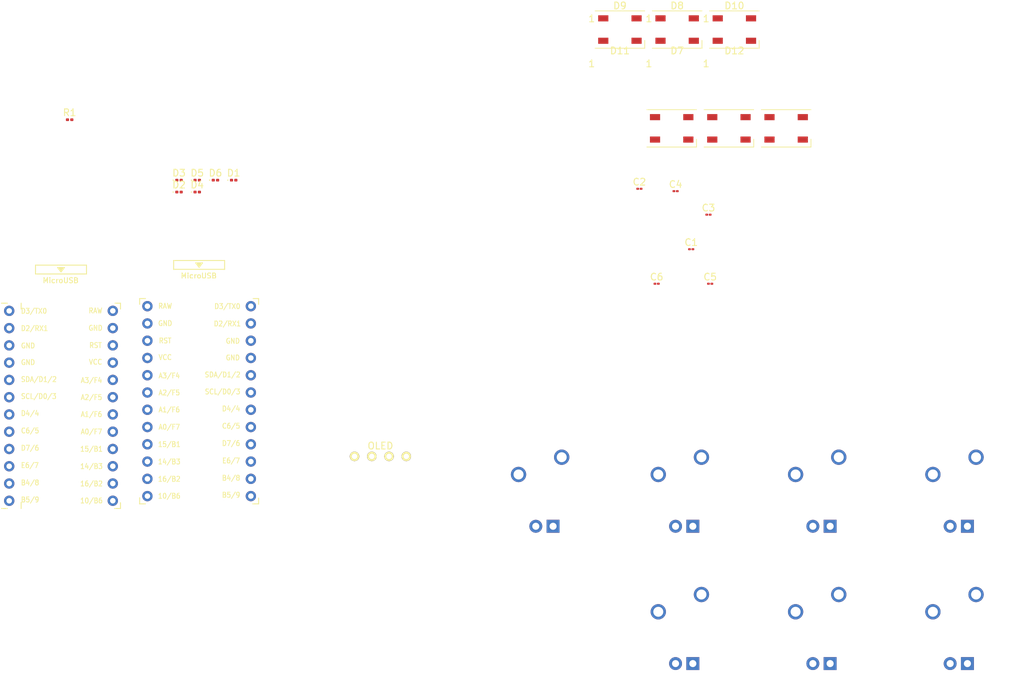
<source format=kicad_pcb>
(kicad_pcb (version 20211014) (generator pcbnew)
  (layers (0 "F.Cu" signal) (31 "B.Cu" signal) (34 "B.Paste" user) (35 "F.Paste" user) (36 "B.SilkS" user "B.Silkscreen") (37 "F.SilkS" user "F.Silkscreen") (38 "B.Mask" user) (39 "F.Mask" user) (44 "Edge.Cuts" user))
  (net 0 "")
  (net 1 "VCC")
  (net 2 "GND")
  (net 3 "Net-(D1-Pad1)")
  (net 4 "Row_A")
  (net 5 "Net-(D2-Pad1)")
  (net 6 "Row_B")
  (net 7 "Net-(D3-Pad1)")
  (net 8 "Net-(D4-Pad1)")
  (net 9 "Net-(D5-Pad1)")
  (net 10 "Net-(D6-Pad1)")
  (net 11 "Net-(D7-Pad2)")
  (net 12 "RGB_DIN")
  (net 13 "Net-(D8-Pad2)")
  (net 14 "Net-(D10-Pad2)")
  (net 15 "Net-(D9-Pad2)")
  (net 16 "Net-(D11-Pad2)")
  (net 18 "RST")
  (net 19 "Column_A")
  (net 20 "Column_B")
  (net 21 "Column_C")
  (net 22 "SDA")
  (net 23 "SCL")
  (footprint "Capacitor_SMD:C_01005_0402Metric" (layer "F.Cu") (at 148.84 49.88)
    (fp_text reference "C4" (at 0 -1) (layer "F.SilkS"))
    (fp_text value "0.1uF")
    (pad "1" smd roundrect (at -0.25 0) (size 0.4 0.3) (layers "F.Cu" "F.Mask") (net 1 "VCC"))
    (pad "2" smd roundrect (at 0.25 0) (size 0.4 0.3) (layers "F.Cu" "F.Mask") (net 2 "GND"))
  )
  (footprint "Diode_SMD:D_0201_0603Metric" (layer "F.Cu") (at 78.46 48.26)
    (fp_text reference "D5" (at 0 -1.05) (layer "F.SilkS"))
    (fp_text value "DIODE")
    (fp_circle (center -0.86 0) (end -0.81 0) (layer "F.SilkS") (width 0.1) (fill none))
    (pad "1" smd roundrect (at -0.32 0) (size 0.46 0.4) (layers "F.Cu" "F.Mask") (net 9 "Net-(D5-Pad1)"))
    (pad "2" smd roundrect (at 0.32 0) (size 0.46 0.4) (layers "F.Cu" "F.Mask") (net 4 "Row_A"))
  )
  (footprint "LED_SMD:LED_WS2812B_PLCC4_5.0x5.0mm_P3.2mm" (layer "F.Cu") (at 156.68 40.64)
    (fp_text reference "D7" (at -7.615 -11.415) (layer "F.SilkS"))
    (fp_text value "WS2812B")
    (fp_text user "1" (at -11.765 -9.515) (layer "F.SilkS"))
    (fp_line (start -3.65 2.75) (end 3.65 2.75) (layer "F.SilkS") (width 0.12))
    (fp_line (start -3.65 -2.75) (end 3.65 -2.75) (layer "F.SilkS") (width 0.12))
    (fp_line (start 3.65 2.75) (end 3.65 1.6) (layer "F.SilkS") (width 0.12))
    (pad "1" smd rect (at -2.45 -1.65) (size 1.5 0.9) (layers "F.Cu" "F.Paste" "F.Mask") (net 1 "VCC"))
    (pad "2" smd rect (at -2.45 1.65) (size 1.5 0.9) (layers "F.Cu" "F.Paste" "F.Mask") (net 11 "Net-(D7-Pad2)"))
    (pad "3" smd rect (at 2.45 1.65) (size 1.5 0.9) (layers "F.Cu" "F.Paste" "F.Mask") (net 2 "GND"))
    (pad "4" smd rect (at 2.45 -1.65) (size 1.5 0.9) (layers "F.Cu" "F.Paste" "F.Mask") (net 12 "RGB_DIN"))
  )
  (footprint "LED_SMD:LED_WS2812B_PLCC4_5.0x5.0mm_P3.2mm" (layer "F.Cu") (at 148.26 40.64)
    (fp_text reference "D11" (at -7.615 -11.415) (layer "F.SilkS"))
    (fp_text value "WS2812B")
    (fp_text user "1" (at -11.765 -9.515) (layer "F.SilkS"))
    (fp_line (start -3.65 2.75) (end 3.65 2.75) (layer "F.SilkS") (width 0.12))
    (fp_line (start 3.65 2.75) (end 3.65 1.6) (layer "F.SilkS") (width 0.12))
    (fp_line (start -3.65 -2.75) (end 3.65 -2.75) (layer "F.SilkS") (width 0.12))
    (pad "1" smd rect (at -2.45 -1.65) (size 1.5 0.9) (layers "F.Cu" "F.Paste" "F.Mask") (net 1 "VCC"))
    (pad "2" smd rect (at -2.45 1.65) (size 1.5 0.9) (layers "F.Cu" "F.Paste" "F.Mask") (net 16 "Net-(D11-Pad2)"))
    (pad "3" smd rect (at 2.45 1.65) (size 1.5 0.9) (layers "F.Cu" "F.Paste" "F.Mask") (net 2 "GND"))
    (pad "4" smd rect (at 2.45 -1.65) (size 1.5 0.9) (layers "F.Cu" "F.Paste" "F.Mask") (net 13 "Net-(D8-Pad2)"))
  )
  (footprint "Mechanical switches:MXOnly-1U" (layer "F.Cu") (at 170.3 114.3)
    (fp_text reference "SW6")
    (fp_text value "SW_Push")
    (pad "" np_thru_hole circle locked (at -5.08 0 48.0996) (size 1.75 1.75) (drill 1.75) (layers *.Cu *.Mask))
    (pad "" np_thru_hole circle locked (at 5.08 0 48.0996) (size 1.75 1.75) (drill 1.75) (layers *.Cu *.Mask))
    (pad "" np_thru_hole circle locked (at 0 0) (size 3.9878 3.9878) (drill 3.9878) (layers *.Cu *.Mask))
    (pad "1" thru_hole circle locked (at -3.81 -2.54) (size 2.25 2.25) (drill 1.47) (layers *.Cu "B.Mask") (net 21 "Column_C"))
    (pad "2" thru_hole circle locked (at 2.54 -5.08) (size 2.25 2.25) (drill 1.47) (layers *.Cu "B.Mask") (net 9 "Net-(D5-Pad1)"))
    (pad "3" thru_hole circle locked (at -1.27 5.08) (size 1.905 1.905) (drill 1.04) (layers *.Cu "B.Mask"))
    (pad "4" thru_hole rect locked (at 1.27 5.08) (size 1.905 1.905) (drill 1.04) (layers *.Cu "B.Mask"))
  )
  (footprint "Capacitor_SMD:C_01005_0402Metric" (layer "F.Cu") (at 153.67 53.34)
    (fp_text reference "C3" (at 0 -1) (layer "F.SilkS"))
    (fp_text value "0.1uF")
    (pad "1" smd roundrect (at -0.25 0) (size 0.4 0.3) (layers "F.Cu" "F.Mask") (net 1 "VCC"))
    (pad "2" smd roundrect (at 0.25 0) (size 0.4 0.3) (layers "F.Cu" "F.Mask") (net 2 "GND"))
  )
  (footprint "LED_SMD:LED_WS2812B_PLCC4_5.0x5.0mm_P3.2mm" (layer "F.Cu") (at 157.485 26.105)
    (fp_text reference "D10" (at 0 -3.5) (layer "F.SilkS"))
    (fp_text value "WS2812B")
    (fp_text user "1" (at -4.15 -1.6) (layer "F.SilkS"))
    (fp_line (start -3.65 -2.75) (end 3.65 -2.75) (layer "F.SilkS") (width 0.12))
    (fp_line (start 3.65 2.75) (end 3.65 1.6) (layer "F.SilkS") (width 0.12))
    (fp_line (start -3.65 2.75) (end 3.65 2.75) (layer "F.SilkS") (width 0.12))
    (pad "1" smd rect (at -2.45 -1.65) (size 1.5 0.9) (layers "F.Cu" "F.Paste" "F.Mask") (net 1 "VCC"))
    (pad "2" smd rect (at -2.45 1.65) (size 1.5 0.9) (layers "F.Cu" "F.Paste" "F.Mask") (net 14 "Net-(D10-Pad2)"))
    (pad "3" smd rect (at 2.45 1.65) (size 1.5 0.9) (layers "F.Cu" "F.Paste" "F.Mask") (net 2 "GND"))
    (pad "4" smd rect (at 2.45 -1.65) (size 1.5 0.9) (layers "F.Cu" "F.Paste" "F.Mask") (net 11 "Net-(D7-Pad2)"))
  )
  (footprint "KBD Keyboard stuff:ProMicro_v3" (layer "F.Cu") (at 78.74 81.28)
    (fp_text reference "U1" hide)
    (fp_text value "Sparkfun_Pro_Micro" hide)
    (fp_text user "14/B3" (at -4.395 8.4 unlocked) (layer "F.SilkS") (effects (font (size 0.75 0.67) (thickness 0.125))))
    (fp_text user "RAW" (at -4.995 -14.5 unlocked) (layer "F.SilkS") (effects (font (size 0.75 0.67) (thickness 0.125))))
    (fp_text user "B4/8" (at 4.705 10.8 unlocked) (layer "F.SilkS") (effects (font (size 0.75 0.67) (thickness 0.125))))
    (fp_text user "GND" (at 4.955 -9.35 unlocked) (layer "F.SilkS") (effects (font (size 0.75 0.67) (thickness 0.125))))
    (fp_text user "RST" (at -4.995 -9.4 unlocked) (layer "F.SilkS") (effects (font (size 0.75 0.67) (thickness 0.125))))
    (fp_text user "15/B1" (at -4.395 5.85 unlocked) (layer "F.SilkS") (effects (font (size 0.75 0.67) (thickness 0.125))))
    (fp_text user "GND" (at 4.955 -6.9 unlocked) (layer "F.SilkS") (effects (font (size 0.75 0.67) (thickness 0.125))))
    (fp_text user "MicroUSB" (at -0.05 -18.95) (layer "F.SilkS") (effects (font (size 0.75 0.75) (thickness 0.12))))
    (fp_text user "A3/F4" (at -4.395 -4.25 unlocked) (layer "F.SilkS") (effects (font (size 0.75 0.67) (thickness 0.125))))
    (fp_text user "B5/9" (at 4.705 13.3 unlocked) (layer "F.SilkS") (effects (font (size 0.75 0.67) (thickness 0.125))))
    (fp_text user "E6/7" (at 4.705 8.25 unlocked) (layer "F.SilkS") (effects (font (size 0.75 0.67) (thickness 0.125))))
    (fp_text user "VCC" (at -4.995 -6.95 unlocked) (layer "F.SilkS") (effects (font (size 0.75 0.67) (thickness 0.125))))
    (fp_text user "D3/TX0" (at 4.155 -14.45 unlocked) (layer "F.SilkS") (effects (font (size 0.75 0.67) (thickness 0.125))))
    (fp_text user "A1/F6" (at -4.395 0.75 unlocked) (layer "F.SilkS") (effects (font (size 0.75 0.67) (thickness 0.125))))
    (fp_text user "C6/5" (at 4.705 3.15 unlocked) (layer "F.SilkS") (effects (font (size 0.75 0.67) (thickness 0.125))))
    (fp_text user "A0/F7" (at -4.395 3.3 unlocked) (layer "F.SilkS") (effects (font (size 0.75 0.67) (thickness 0.125))))
    (fp_text user "SCL/D0/3" (at 3.455 -1.9 unlocked) (layer "F.SilkS") (effects (font (size 0.75 0.67) (thickness 0.125))))
    (fp_text user "SDA/D1/2" (at 3.455 -4.4 unlocked) (layer "F.SilkS") (effects (font (size 0.75 0.67) (thickness 0.125))))
    (fp_text user "MicroUSB" (at -0.05 -18.95) (layer "F.SilkS") (effects (font (size 0.75 0.75) (thickness 0.12))))
    (fp_text user "D2/RX1" (at 4.155 -11.9 unlocked) (layer "F.SilkS") (effects (font (size 0.75 0.67) (thickness 0.125))))
    (fp_text user "GND" (at -4.995 -11.95 unlocked) (layer "F.SilkS") (effects (font (size 0.75 0.67) (thickness 0.125))))
    (fp_text user "10/B6" (at -4.395 13.45 unlocked) (layer "F.SilkS") (effects (font (size 0.75 0.67) (thickness 0.125))))
    (fp_text user "16/B2" (at -4.395 10.95 unlocked) (layer "F.SilkS") (effects (font (size 0.75 0.67) (thickness 0.125))))
    (fp_text user "D7/6" (at 4.705 5.7 unlocked) (layer "F.SilkS") (effects (font (size 0.75 0.67) (thickness 0.125))))
    (fp_text user "A2/F5" (at -4.395 -1.75 unlocked) (layer "F.SilkS") (effects (font (size 0.75 0.67) (thickness 0.125))))
    (fp_text user "D4/4" (at 4.705 0.6 unlocked) (layer "F.SilkS") (effects (font (size 0.75 0.67) (thickness 0.125))))
    (fp_line (start 8.75 -15.6) (end 7.95 -15.6) (layer "F.SilkS") (width 0.15))
    (fp_line (start -3.75 -21.2) (end -3.75 -19.9) (layer "F.SilkS") (width 0.15))
    (fp_line (start 8.75 13.75) (end 8.75 14.6) (layer "F.SilkS") (width 0.15))
    (fp_line (start 3.75 -19.9) (end 3.75 -21.2) (layer "F.SilkS") (width 0.15))
    (fp_line (start -8.75 -15.6) (end -7.9 -15.6) (layer "F.SilkS") (width 0.15))
    (fp_line (start 0 -20.2) (end -0.5 -20.85) (layer "F.SilkS") (width 0.15))
    (fp_line (start -8.75 14.6) (end -7.9 14.6) (layer "F.SilkS") (width 0.15))
    (fp_line (start 3.75 -21.2) (end -3.75 -21.2) (layer "F.SilkS") (width 0.15))
    (fp_line (start -8.75 13.7) (end -8.75 14.6) (layer "F.SilkS") (width 0.15))
    (fp_line (start -0.5 -20.85) (end 0.5 -20.85) (layer "F.SilkS") (width 0.15))
    (fp_line (start -0.35 -20.7) (end 0.35 -20.7) (layer "F.SilkS") (width 0.15))
    (fp_line (start 8.75 14.6) (end 7.89 14.6) (layer "F.SilkS") (width 0.15))
    (fp_line (start -3.75 -19.9) (end 3.75 -19.9) (layer "F.SilkS") (width 0.15))
    (fp_line (start -0.25 -20.55) (end 0.25 -20.55) (layer "F.SilkS") (width 0.15))
    (fp_line (start -8.75 -15.6) (end -8.75 -14.75) (layer "F.SilkS") (width 0.15))
    (fp_line (start -0.15 -20.4) (end 0.15 -20.4) (layer "F.SilkS") (width 0.15))
    (fp_line (start 0.5 -20.85) (end 0 -20.2) (layer "F.SilkS") (width 0.15))
    (fp_line (start 8.75 -15.6) (end 8.75 -14.75) (layer "F.SilkS") (width 0.15))
    (pad "1" thru_hole circle locked (at 7.6114 -14.478) (size 1.524 1.524) (drill 0.8128) (layers *.Cu "B.Mask"))
    (pad "2" thru_hole circle locked (at 7.6114 -11.938) (size 1.524 1.524) (drill 0.8128) (layers *.Cu "B.Mask"))
    (pad "3" thru_hole circle locked (at 7.6114 -9.398) (size 1.524 1.524) (drill 0.8128) (layers *.Cu "B.Mask") (net 2 "GND"))
    (pad "4" thru_hole circle locked (at 7.6114 -6.858) (size 1.524 1.524) (drill 0.8128) (layers *.Cu "B.Mask") (net 2 "GND"))
    (pad "5" thru_hole circle locked (at 7.6114 -4.318) (size 1.524 1.524) (drill 0.8128) (layers *.Cu "B.Mask") (net 22 "SDA"))
    (pad "6" thru_hole circle locked (at 7.6114 -1.778) (size 1.524 1.524) (drill 0.8128) (layers *.Cu "B.Mask") (net 23 "SCL"))
    (pad "7" thru_hole circle locked (at 7.6114 0.762) (size 1.524 1.524) (drill 0.8128) (layers *.Cu "B.Mask") (net 12 "RGB_DIN"))
    (pad "8" thru_hole circle locked (at 7.6114 3.302) (size 1.524 1.524) (drill 0.8128) (layers *.Cu "B.Mask"))
    (pad "9" thru_hole circle locked (at 7.6114 5.842) (size 1.524 1.524) (drill 0.8128) (layers *.Cu "B.Mask"))
    (pad "10" thru_hole circle locked (at 7.6114 8.382) (size 1.524 1.524) (drill 0.8128) (layers *.Cu "B.Mask"))
    (pad "11" thru_hole circle locked (at 7.6114 10.922) (size 1.524 1.524) (drill 0.8128) (layers *.Cu "B.Mask"))
    (pad "12" thru_hole circle locked (at 7.6114 13.462) (size 1.524 1.524) (drill 0.8128) (layers *.Cu "B.Mask"))
    (pad "13" thru_hole circle locked (at -7.6086 13.462) (size 1.524 1.524) (drill 0.8128) (layers *.Cu "B.Mask") (net 21 "Column_C"))
    (pad "14" thru_hole circle locked (at -7.6086 10.922) (size 1.524 1.524) (drill 0.8128) (layers *.Cu "B.Mask"))
    (pad "15" thru_hole circle locked (at -7.6086 8.382) (size 1.524 1.524) (drill 0.8128) (layers *.Cu "B.Mask"))
    (pad "16" thru_hole circle locked (at -7.6086 5.842) (size 1.524 1.524) (drill 0.8128) (layers *.Cu "B.Mask"))
    (pad "17" thru_hole circle locked (at -7.6086 3.302) (size 1.524 1.524) (drill 0.8128) (layers *.Cu "B.Mask") (net 20 "Column_B"))
    (pad "18" thru_hole circle locked (at -7.6086 0.762) (size 1.524 1.524) (drill 0.8128) (layers *.Cu "B.Mask") (net 19 "Column_A"))
    (pad "19" thru_hole circle locked (at -7.6086 -1.778) (size 1.524 1.524) (drill 0.8128) (layers *.Cu "B.Mask") (net 6 "Row_B"))
    (pad "20" thru_hole circle locked (at -7.6086 -4.318) (size 1.524 1.524) (drill 0.8128) (layers *.Cu "B.Mask") (net 4 "Row_A"))
    (pad "21" thru_hole circle locked (at -7.6086 -6.858) (size 1.524 1.524) (drill 0.8128) (layers *.Cu "B.Mask") (net 1 "VCC"))
    (pad "22" thru_hole circle locked (at -7.6086 -9.398) (size 1.524 1.524) (drill 0.8128) (layers *.Cu "B.Mask") (net 18 "RST"))
    (pad "23" thru_hole circle locked (at -7.6086 -11.938) (size 1.524 1.524) (drill 0.8128) (layers *.Cu "B.Mask") (net 2 "GND"))
    (pad "24" thru_hole circle locked (at -7.6086 -14.478) (size 1.524 1.524) (drill 0.8128) (layers *.Cu "B.Mask"))
  )
  (footprint "KBD Keyboard stuff:OLED_v2" (layer "F.Cu") (at 105.41 88.9)
    (fp_text reference "OL1")
    (fp_text value "OLED" hide)
    (fp_text user "OLED" (at 0 -1.55) (layer "F.SilkS"))
    (pad "1" thru_hole circle locked (at -3.81 0) (size 1.397 1.397) (drill 0.8128) (layers *.Cu "F.SilkS" "B.Mask") (net 22 "SDA"))
    (pad "2" thru_hole circle locked (at -1.27 0) (size 1.397 1.397) (drill 0.8128) (layers *.Cu "F.SilkS" "B.Mask") (net 23 "SCL"))
    (pad "3" thru_hole circle locked (at 1.27 0) (size 1.397 1.397) (drill 0.8128) (layers *.Cu "F.SilkS" "B.Mask") (net 1 "VCC"))
    (pad "4" thru_hole circle locked (at 3.81 0) (size 1.397 1.397) (drill 0.8128) (layers *.Cu "F.SilkS" "B.Mask") (net 2 "GND"))
  )
  (footprint "Mechanical switches:MXOnly-1U" (layer "F.Cu") (at 150.1 114.3)
    (fp_text reference "SW5")
    (fp_text value "SW_Push")
    (pad "" np_thru_hole circle locked (at 0 0) (size 3.9878 3.9878) (drill 3.9878) (layers *.Cu *.Mask))
    (pad "" np_thru_hole circle locked (at 5.08 0 48.0996) (size 1.75 1.75) (drill 1.75) (layers *.Cu *.Mask))
    (pad "" np_thru_hole circle locked (at -5.08 0 48.0996) (size 1.75 1.75) (drill 1.75) (layers *.Cu *.Mask))
    (pad "1" thru_hole circle locked (at -3.81 -2.54) (size 2.25 2.25) (drill 1.47) (layers *.Cu "B.Mask") (net 20 "Column_B"))
    (pad "2" thru_hole circle locked (at 2.54 -5.08) (size 2.25 2.25) (drill 1.47) (layers *.Cu "B.Mask") (net 8 "Net-(D4-Pad1)"))
    (pad "3" thru_hole circle locked (at -1.27 5.08) (size 1.905 1.905) (drill 1.04) (layers *.Cu "B.Mask"))
    (pad "4" thru_hole rect locked (at 1.27 5.08) (size 1.905 1.905) (drill 1.04) (layers *.Cu "B.Mask"))
  )
  (footprint "Mechanical switches:MXOnly-1U" (layer "F.Cu") (at 190.5 94.1)
    (fp_text reference "SW2")
    (fp_text value "SW_Push")
    (pad "" np_thru_hole circle locked (at 5.08 0 48.0996) (size 1.75 1.75) (drill 1.75) (layers *.Cu *.Mask))
    (pad "" np_thru_hole circle locked (at -5.08 0 48.0996) (size 1.75 1.75) (drill 1.75) (layers *.Cu *.Mask))
    (pad "" np_thru_hole circle locked (at 0 0) (size 3.9878 3.9878) (drill 3.9878) (layers *.Cu *.Mask))
    (pad "1" thru_hole circle locked (at -3.81 -2.54) (size 2.25 2.25) (drill 1.47) (layers *.Cu "B.Mask") (net 19 "Column_A"))
    (pad "2" thru_hole circle locked (at 2.54 -5.08) (size 2.25 2.25) (drill 1.47) (layers *.Cu "B.Mask") (net 3 "Net-(D1-Pad1)"))
    (pad "3" thru_hole circle locked (at -1.27 5.08) (size 1.905 1.905) (drill 1.04) (layers *.Cu "B.Mask"))
    (pad "4" thru_hole rect locked (at 1.27 5.08) (size 1.905 1.905) (drill 1.04) (layers *.Cu "B.Mask"))
  )
  (footprint "Mechanical switches:MXOnly-1U" (layer "F.Cu") (at 150.1 94.1)
    (fp_text reference "SW3")
    (fp_text value "SW_Push")
    (pad "" np_thru_hole circle locked (at -5.08 0 48.0996) (size 1.75 1.75) (drill 1.75) (layers *.Cu *.Mask))
    (pad "" np_thru_hole circle locked (at 0 0) (size 3.9878 3.9878) (drill 3.9878) (layers *.Cu *.Mask))
    (pad "" np_thru_hole circle locked (at 5.08 0 48.0996) (size 1.75 1.75) (drill 1.75) (layers *.Cu *.Mask))
    (pad "1" thru_hole circle locked (at -3.81 -2.54) (size 2.25 2.25) (drill 1.47) (layers *.Cu "B.Mask") (net 19 "Column_A"))
    (pad "2" thru_hole circle locked (at 2.54 -5.08) (size 2.25 2.25) (drill 1.47) (layers *.Cu "B.Mask") (net 5 "Net-(D2-Pad1)"))
    (pad "3" thru_hole circle locked (at -1.27 5.08) (size 1.905 1.905) (drill 1.04) (layers *.Cu "B.Mask"))
    (pad "4" thru_hole rect locked (at 1.27 5.08) (size 1.905 1.905) (drill 1.04) (layers *.Cu "B.Mask"))
  )
  (footprint "Capacitor_SMD:C_01005_0402Metric" (layer "F.Cu") (at 143.51 49.53)
    (fp_text reference "C2" (at 0 -1) (layer "F.SilkS"))
    (fp_text value "0.1uF")
    (pad "1" smd roundrect (at -0.25 0) (size 0.4 0.3) (layers "F.Cu" "F.Mask") (net 1 "VCC"))
    (pad "2" smd roundrect (at 0.25 0) (size 0.4 0.3) (layers "F.Cu" "F.Mask") (net 2 "GND"))
  )
  (footprint "Diode_SMD:D_0201_0603Metric" (layer "F.Cu") (at 81.14 48.26)
    (fp_text reference "D6" (at 0 -1.05) (layer "F.SilkS"))
    (fp_text value "DIODE")
    (fp_circle (center -0.86 0) (end -0.81 0) (layer "F.SilkS") (width 0.1) (fill none))
    (pad "1" smd roundrect (at -0.32 0) (size 0.46 0.4) (layers "F.Cu" "F.Mask") (net 10 "Net-(D6-Pad1)"))
    (pad "2" smd roundrect (at 0.32 0) (size 0.46 0.4) (layers "F.Cu" "F.Mask") (net 6 "Row_B"))
  )
  (footprint "Mechanical switches:MXOnly-1U" (layer "F.Cu") (at 129.54 94.1)
    (fp_text reference "SW1")
    (fp_text value "RST Pin")
    (pad "" np_thru_hole circle locked (at -5.08 0 48.0996) (size 1.75 1.75) (drill 1.75) (layers *.Cu *.Mask))
    (pad "" np_thru_hole circle locked (at 0 0) (size 3.9878 3.9878) (drill 3.9878) (layers *.Cu *.Mask))
    (pad "" np_thru_hole circle locked (at 5.08 0 48.0996) (size 1.75 1.75) (drill 1.75) (layers *.Cu *.Mask))
    (pad "1" thru_hole circle locked (at -3.81 -2.54) (size 2.25 2.25) (drill 1.47) (layers *.Cu "B.Mask") (net 18 "RST"))
    (pad "2" thru_hole circle locked (at 2.54 -5.08) (size 2.25 2.25) (drill 1.47) (layers *.Cu "B.Mask") (net 2 "GND"))
    (pad "3" thru_hole circle locked (at -1.27 5.08) (size 1.905 1.905) (drill 1.04) (layers *.Cu "B.Mask"))
    (pad "4" thru_hole rect locked (at 1.27 5.08) (size 1.905 1.905) (drill 1.04) (layers *.Cu "B.Mask"))
  )
  (footprint "Mechanical switches:MXOnly-1U" (layer "F.Cu") (at 190.5 114.3)
    (fp_text reference "SW7")
    (fp_text value "SW_Push")
    (pad "" np_thru_hole circle locked (at -5.08 0 48.0996) (size 1.75 1.75) (drill 1.75) (layers *.Cu *.Mask))
    (pad "" np_thru_hole circle locked (at 0 0) (size 3.9878 3.9878) (drill 3.9878) (layers *.Cu *.Mask))
    (pad "" np_thru_hole circle locked (at 5.08 0 48.0996) (size 1.75 1.75) (drill 1.75) (layers *.Cu *.Mask))
    (pad "1" thru_hole circle locked (at -3.81 -2.54) (size 2.25 2.25) (drill 1.47) (layers *.Cu "B.Mask") (net 21 "Column_C"))
    (pad "2" thru_hole circle locked (at 2.54 -5.08) (size 2.25 2.25) (drill 1.47) (layers *.Cu "B.Mask") (net 10 "Net-(D6-Pad1)"))
    (pad "3" thru_hole circle locked (at -1.27 5.08) (size 1.905 1.905) (drill 1.04) (layers *.Cu "B.Mask"))
    (pad "4" thru_hole rect locked (at 1.27 5.08) (size 1.905 1.905) (drill 1.04) (layers *.Cu "B.Mask"))
  )
  (footprint "Capacitor_SMD:C_01005_0402Metric" (layer "F.Cu") (at 153.92 63.5)
    (fp_text reference "C5" (at 0 -1) (layer "F.SilkS"))
    (fp_text value "0.1uF")
    (pad "1" smd roundrect (at -0.25 0) (size 0.4 0.3) (layers "F.Cu" "F.Mask") (net 1 "VCC"))
    (pad "2" smd roundrect (at 0.25 0) (size 0.4 0.3) (layers "F.Cu" "F.Mask") (net 2 "GND"))
  )
  (footprint "Diode_SMD:D_0201_0603Metric" (layer "F.Cu") (at 75.78 50.01)
    (fp_text reference "D2" (at 0 -1.05) (layer "F.SilkS"))
    (fp_text value "DIODE")
    (fp_circle (center -0.86 0) (end -0.81 0) (layer "F.SilkS") (width 0.1) (fill none))
    (pad "1" smd roundrect (at -0.32 0) (size 0.46 0.4) (layers "F.Cu" "F.Mask") (net 5 "Net-(D2-Pad1)"))
    (pad "2" smd roundrect (at 0.32 0) (size 0.46 0.4) (layers "F.Cu" "F.Mask") (net 6 "Row_B"))
  )
  (footprint "KBD Keyboard stuff:ProMicro_v3" (layer "F.Cu") (at 58.42 81.965)
    (fp_text reference "U1" hide)
    (fp_text value "ProMicro_r" hide)
    (fp_text user "15/B1" (at 4.48 5.85 unlocked) (layer "F.SilkS") (effects (font (size 0.75 0.67) (thickness 0.125))))
    (fp_text user "A0/F7" (at 4.48 3.3 unlocked) (layer "F.SilkS") (effects (font (size 0.75 0.67) (thickness 0.125))))
    (fp_text user "GND" (at -4.853095 -9.347 unlocked) (layer "F.SilkS") (effects (font (size 0.75 0.67) (thickness 0.125))))
    (fp_text user "SCL/D0/3" (at -3.273809 -1.897 unlocked) (layer "F.SilkS") (effects (font (size 0.75 0.67) (thickness 0.125))))
    (fp_text user "16/B2" (at 4.48 10.95 unlocked) (layer "F.SilkS") (effects (font (size 0.75 0.67) (thickness 0.125))))
    (fp_text user "D7/6" (at -4.55 5.703 unlocked) (layer "F.SilkS") (effects (font (size 0.75 0.67) (thickness 0.125))))
    (fp_text user "GND" (at -4.853095 -6.897 unlocked) (layer "F.SilkS") (effects (font (size 0.75 0.67) (thickness 0.125))))
    (fp_text user "SDA/D1/2" (at -3.257857 -4.397 unlocked) (layer "F.SilkS") (effects (font (size 0.75 0.67) (thickness 0.125))))
    (fp_text user "RST" (at 5.08 -9.4 unlocked) (layer "F.SilkS") (effects (font (size 0.75 0.67) (thickness 0.125))))
    (fp_text user "D2/RX1" (at -3.895952 -11.897 unlocked) (layer "F.SilkS") (effects (font (size 0.75 0.67) (thickness 0.125))))
    (fp_text user "MicroUSB" (at -0.05 -18.95) (layer "F.SilkS") (effects (font (size 0.75 0.75) (thickness 0.12))))
    (fp_text user "14/B3" (at 4.48 8.4 unlocked) (layer "F.SilkS") (effects (font (size 0.75 0.67) (thickness 0.125))))
    (fp_text user "A1/F6" (at 4.48 0.75 unlocked) (layer "F.SilkS") (effects (font (size 0.75 0.67) (thickness 0.125))))
    (fp_text user "B4/8" (at -4.55 10.803 unlocked) (layer "F.SilkS") (effects (font (size 0.75 0.67) (thickness 0.125))))
    (fp_text user "MicroUSB" (at -0.05 -18.95) (layer "F.SilkS") (effects (font (size 0.75 0.75) (thickness 0.12))))
    (fp_text user "RAW" (at 5.08 -14.5 unlocked) (layer "F.SilkS") (effects (font (size 0.75 0.67) (thickness 0.125))))
    (fp_text user "C6/5" (at -4.55 3.153 unlocked) (layer "F.SilkS") (effects (font (size 0.75 0.67) (thickness 0.125))))
    (fp_text user "VCC" (at 5.08 -6.95 unlocked) (layer "F.SilkS") (effects (font (size 0.75 0.67) (thickness 0.125))))
    (fp_text user "D3/TX0" (at -3.975714 -14.447 unlocked) (layer "F.SilkS") (effects (font (size 0.75 0.67) (thickness 0.125))))
    (fp_text user "10/B6" (at 4.48 13.45 unlocked) (layer "F.SilkS") (effects (font (size 0.75 0.67) (thickness 0.125))))
    (fp_text user "GND" (at 5.08 -11.95 unlocked) (layer "F.SilkS") (effects (font (size 0.75 0.67) (thickness 0.125))))
    (fp_text user "B5/9" (at -4.55 13.303 unlocked) (layer "F.SilkS") (effects (font (size 0.75 0.67) (thickness 0.125))))
    (fp_text user "A2/F5" (at 4.48 -1.75 unlocked) (layer "F.SilkS") (effects (font (size 0.75 0.67) (thickness 0.125))))
    (fp_text user "E6/7" (at -4.581904 8.253 unlocked) (layer "F.SilkS") (effects (font (size 0.75 0.67) (thickness 0.125))))
    (fp_text user "A3/F4" (at 4.48 -4.25 unlocked) (layer "F.SilkS") (effects (font (size 0.75 0.67) (thickness 0.125))))
    (fp_text user "D4/4" (at -4.55 0.603 unlocked) (layer "F.SilkS") (effects (font (size 0.75 0.67) (thickness 0.125))))
    (fp_line (start -5.861547 13.7) (end -5.861547 14.6) (layer "F.SilkS") (width 0.15))
    (fp_line (start 8.75 13.75) (end 8.75 14.6) (layer "F.SilkS") (width 0.15))
    (fp_line (start 0.5 -20.85) (end 0 -20.2) (layer "F.SilkS") (width 0.15))
    (fp_line (start -3.75 -21.2) (end -3.75 -19.9) (layer "F.SilkS") (width 0.15))
    (fp_line (start 8.75 -15.6) (end 7.95 -15.6) (layer "F.SilkS") (width 0.15))
    (fp_line (start 3.75 -21.2) (end -3.75 -21.2) (layer "F.SilkS") (width 0.15))
    (fp_line (start -0.35 -20.7) (end 0.35 -20.7) (layer "F.SilkS") (width 0.15))
    (fp_line (start -0.5 -20.85) (end 0.5 -20.85) (layer "F.SilkS") (width 0.15))
    (fp_line (start -3.75 -19.9) (end 3.75 -19.9) (layer "F.SilkS") (width 0.15))
    (fp_line (start -5.861547 -15.6) (end -5.861547 -14.75) (layer "F.SilkS") (width 0.15))
    (fp_line (start 8.75 14.6) (end 7.89 14.6) (layer "F.SilkS") (width 0.15))
    (fp_line (start -0.15 -20.4) (end 0.15 -20.4) (layer "F.SilkS") (width 0.15))
    (fp_line (start -8.75 -15.6) (end -7.9 -15.6) (layer "F.SilkS") (width 0.15))
    (fp_line (start 8.75 -15.6) (end 8.75 -14.75) (layer "F.SilkS") (width 0.15))
    (fp_line (start 3.75 -19.9) (end 3.75 -21.2) (layer "F.SilkS") (width 0.15))
    (fp_line (start -8.75 14.6) (end -7.9 14.6) (layer "F.SilkS") (width 0.15))
    (fp_line (start -0.25 -20.55) (end 0.25 -20.55) (layer "F.SilkS") (width 0.15))
    (fp_line (start 0 -20.2) (end -0.5 -20.85) (layer "F.SilkS") (width 0.15))
    (pad "1" thru_hole circle (at -7.62 -14.475) (size 1.524 1.524) (drill 0.8128) (layers *.Cu "B.Mask"))
    (pad "2" thru_hole circle (at -7.62 -11.935) (size 1.524 1.524) (drill 0.8128) (layers *.Cu "B.Mask"))
    (pad "3" thru_hole circle (at -7.62 -9.395) (size 1.524 1.524) (drill 0.8128) (layers *.Cu "B.Mask"))
    (pad "4" thru_hole circle (at -7.62 -6.855) (size 1.524 1.524) (drill 0.8128) (layers *.Cu "B.Mask"))
    (pad "5" thru_hole circle (at -7.62 -4.315) (size 1.524 1.524) (drill 0.8128) (layers *.Cu "B.Mask"))
    (pad "6" thru_hole circle (at -7.62 -1.775) (size 1.524 1.524) (drill 0.8128) (layers *.Cu "B.Mask"))
    (pad "7" thru_hole circle (at -7.62 0.765) (size 1.524 1.524) (drill 0.8128) (layers *.Cu "B.Mask"))
    (pad "8" thru_hole circle (at -7.62 3.305) (size 1.524 1.524) (drill 0.8128) (layers *.Cu "B.Mask"))
    (pad "9" thru_hole circle (at -7.62 5.845) (size 1.524 1.524) (drill 0.8128) (layers *.Cu "B.Mask"))
    (pad "10" thru_hole circle (at -7.62 8.385) (size 1.524 1.524) (drill 0.8128) (layers *.Cu "B.Mask"))
    (pad "11" thru_hole circle (at -7.62 10.925) (size 1.524 1.524) (drill 0.8128) (layers *.Cu "B.Mask"))
    (pad "12" thru_hole circle (at -7.62 13.465) (size 1.524 1.524) (drill 0.8128) (layers *.Cu "B.Mask"))
    (pad "13" thru_hole circle (at 7.62 13.462) (size 1.524 1.524) (drill 0.8128) (layers *.Cu "B.Mask"))
    (pad "14" thru_hole circle (at 7.62 10.922) (size 1.524 1.524) (drill 0.8128) (layers *.Cu "B.Mask"))
    (pad "15" thru_hole circle (at 7.62 8.382) (size 1.524 1.524) (drill 0.8128) (layers *.Cu "B.Mask"))
    (pad "16" thru_hole circle (at 7.62 5.842) (size 1.524 1.524) (drill 0.8128) (layers *.Cu "B.Mask"))
    (pad "17" thru_hole circle (at 7.62 3.302) (size 1.524 1.524) (drill 0.8128) (layers *.Cu "B.Mask"))
    (pad "18" thru_hole circle (at 7.62 0.762) (size 1.524 1.524) (drill 0.8128) (layers *.Cu "B.Mask"))
    (pad "19" thru_hole circle (at 7.62 -1.778) (size 1.524 1.524) (drill 0.8128) (layers *.Cu "B.Mask"))
    (pad "20" thru_hole circle (at 7.62 -4.318) (size 1.524 1.524) (drill 0.8128) (layers *.Cu "B.Mask"))
    (pad "21" thru_hole circle (at 7.62 -6.858) (size 1.524 1.524) (drill 0.8128) (layers *.Cu "B.Mask"))
    (pad "22" thru_hole circle (at 7.62 -9.398) (size 1.524 1.524) (drill 0.8128) (layers *.Cu "B.Mask"))
    (pad "23" thru_hole circle (at 7.62 -11.938) (size 1.524 1.524) (drill 0.8128) (layers *.Cu "B.Mask"))
    (pad "24" thru_hole circle (at 7.62 -14.478) (size 1.524 1.524) (drill 0.8128) (layers *.Cu "B.Mask"))
  )
  (footprint "Resistor_SMD:R_0201_0603Metric" (layer "F.Cu") (at 59.69 39.37)
    (fp_text reference "R1" (at 0 -1.05) (layer "F.SilkS"))
    (fp_text value "4.7k")
    (pad "1" smd roundrect (at -0.32 0) (size 0.46 0.4) (layers "F.Cu" "F.Mask") (net 18 "RST"))
    (pad "2" smd roundrect (at 0.32 0) (size 0.46 0.4) (layers "F.Cu" "F.Mask") (net 1 "VCC"))
  )
  (footprint "Mechanical switches:MXOnly-1U" (layer "F.Cu") (at 170.3 94.1)
    (fp_text reference "SW4")
    (fp_text value "SW_Push")
    (pad "" np_thru_hole circle locked (at -5.08 0 48.0996) (size 1.75 1.75) (drill 1.75) (layers *.Cu *.Mask))
    (pad "" np_thru_hole circle locked (at 5.08 0 48.0996) (size 1.75 1.75) (drill 1.75) (layers *.Cu *.Mask))
    (pad "" np_thru_hole circle locked (at 0 0) (size 3.9878 3.9878) (drill 3.9878) (layers *.Cu *.Mask))
    (pad "1" thru_hole circle locked (at -3.81 -2.54) (size 2.25 2.25) (drill 1.47) (layers *.Cu "B.Mask") (net 20 "Column_B"))
    (pad "2" thru_hole circle locked (at 2.54 -5.08) (size 2.25 2.25) (drill 1.47) (layers *.Cu "B.Mask") (net 7 "Net-(D3-Pad1)"))
    (pad "3" thru_hole circle locked (at -1.27 5.08) (size 1.905 1.905) (drill 1.04) (layers *.Cu "B.Mask"))
    (pad "4" thru_hole rect locked (at 1.27 5.08) (size 1.905 1.905) (drill 1.04) (layers *.Cu "B.Mask"))
  )
  (footprint "Diode_SMD:D_0201_0603Metric" (layer "F.Cu") (at 83.82 48.26)
    (fp_text reference "D1" (at 0 -1.05) (layer "F.SilkS"))
    (fp_text value "DIODE")
    (fp_circle (center -0.86 0) (end -0.81 0) (layer "F.SilkS") (width 0.1) (fill none))
    (pad "1" smd roundrect (at -0.32 0) (size 0.46 0.4) (layers "F.Cu" "F.Mask") (net 3 "Net-(D1-Pad1)"))
    (pad "2" smd roundrect (at 0.32 0) (size 0.46 0.4) (layers "F.Cu" "F.Mask") (net 4 "Row_A"))
  )
  (footprint "Diode_SMD:D_0201_0603Metric" (layer "F.Cu") (at 78.46 50.01)
    (fp_text reference "D4" (at 0 -1.05) (layer "F.SilkS"))
    (fp_text value "DIODE")
    (fp_circle (center -0.86 0) (end -0.81 0) (layer "F.SilkS") (width 0.1) (fill none))
    (pad "1" smd roundrect (at -0.32 0) (size 0.46 0.4) (layers "F.Cu" "F.Mask") (net 8 "Net-(D4-Pad1)"))
    (pad "2" smd roundrect (at 0.32 0) (size 0.46 0.4) (layers "F.Cu" "F.Mask") (net 6 "Row_B"))
  )
  (footprint "Diode_SMD:D_0201_0603Metric" (layer "F.Cu") (at 75.78 48.26)
    (fp_text reference "D3" (at 0 -1.05) (layer "F.SilkS"))
    (fp_text value "DIODE")
    (fp_circle (center -0.86 0) (end -0.81 0) (layer "F.SilkS") (width 0.1) (fill none))
    (pad "1" smd roundrect (at -0.32 0) (size 0.46 0.4) (layers "F.Cu" "F.Mask") (net 7 "Net-(D3-Pad1)"))
    (pad "2" smd roundrect (at 0.32 0) (size 0.46 0.4) (layers "F.Cu" "F.Mask") (net 4 "Row_A"))
  )
  (footprint "LED_SMD:LED_WS2812B_PLCC4_5.0x5.0mm_P3.2mm" (layer "F.Cu") (at 165.1 40.64)
    (fp_text reference "D12" (at -7.615 -11.415) (layer "F.SilkS"))
    (fp_text value "WS2812B")
    (fp_text user "1" (at -11.765 -9.515) (layer "F.SilkS"))
    (fp_line (start 3.65 2.75) (end 3.65 1.6) (layer "F.SilkS") (width 0.12))
    (fp_line (start -3.65 -2.75) (end 3.65 -2.75) (layer "F.SilkS") (width 0.12))
    (fp_line (start -3.65 2.75) (end 3.65 2.75) (layer "F.SilkS") (width 0.12))
    (pad "1" smd rect (at -2.45 -1.65) (size 1.5 0.9) (layers "F.Cu" "F.Paste" "F.Mask") (net 1 "VCC"))
    (pad "2" smd rect (at -2.45 1.65) (size 1.5 0.9) (layers "F.Cu" "F.Paste" "F.Mask"))
    (pad "3" smd rect (at 2.45 1.65) (size 1.5 0.9) (layers "F.Cu" "F.Paste" "F.Mask") (net 2 "GND"))
    (pad "4" smd rect (at 2.45 -1.65) (size 1.5 0.9) (layers "F.Cu" "F.Paste" "F.Mask") (net 15 "Net-(D9-Pad2)"))
  )
  (footprint "LED_SMD:LED_WS2812B_PLCC4_5.0x5.0mm_P3.2mm" (layer "F.Cu") (at 140.645 26.105)
    (fp_text reference "D9" (at 0 -3.5) (layer "F.SilkS"))
    (fp_text value "WS2812B")
    (fp_text user "1" (at -4.15 -1.6) (layer "F.SilkS"))
    (fp_line (start 3.65 2.75) (end 3.65 1.6) (layer "F.SilkS") (width 0.12))
    (fp_line (start -3.65 -2.75) (end 3.65 -2.75) (layer "F.SilkS") (width 0.12))
    (fp_line (start -3.65 2.75) (end 3.65 2.75) (layer "F.SilkS") (width 0.12))
    (pad "1" smd rect (at -2.45 -1.65) (size 1.5 0.9) (layers "F.Cu" "F.Paste" "F.Mask") (net 1 "VCC"))
    (pad "2" smd rect (at -2.45 1.65) (size 1.5 0.9) (layers "F.Cu" "F.Paste" "F.Mask") (net 15 "Net-(D9-Pad2)"))
    (pad "3" smd rect (at 2.45 1.65) (size 1.5 0.9) (layers "F.Cu" "F.Paste" "F.Mask") (net 2 "GND"))
    (pad "4" smd rect (at 2.45 -1.65) (size 1.5 0.9) (layers "F.Cu" "F.Paste" "F.Mask") (net 16 "Net-(D11-Pad2)"))
  )
  (footprint "LED_SMD:LED_WS2812B_PLCC4_5.0x5.0mm_P3.2mm" (layer "F.Cu") (at 149.065 26.105)
    (fp_text reference "D8" (at 0 -3.5) (layer "F.SilkS"))
    (fp_text value "WS2812B")
    (fp_text user "1" (at -4.15 -1.6) (layer "F.SilkS"))
    (fp_line (start -3.65 2.75) (end 3.65 2.75) (layer "F.SilkS") (width 0.12))
    (fp_line (start 3.65 2.75) (end 3.65 1.6) (layer "F.SilkS") (width 0.12))
    (fp_line (start -3.65 -2.75) (end 3.65 -2.75) (layer "F.SilkS") (width 0.12))
    (pad "1" smd rect (at -2.45 -1.65) (size 1.5 0.9) (layers "F.Cu" "F.Paste" "F.Mask") (net 1 "VCC"))
    (pad "2" smd rect (at -2.45 1.65) (size 1.5 0.9) (layers "F.Cu" "F.Paste" "F.Mask") (net 13 "Net-(D8-Pad2)"))
    (pad "3" smd rect (at 2.45 1.65) (size 1.5 0.9) (layers "F.Cu" "F.Paste" "F.Mask") (net 2 "GND"))
    (pad "4" smd rect (at 2.45 -1.65) (size 1.5 0.9) (layers "F.Cu" "F.Paste" "F.Mask") (net 14 "Net-(D10-Pad2)"))
  )
  (footprint "Capacitor_SMD:C_01005_0402Metric" (layer "F.Cu") (at 151.13 58.42)
    (fp_text reference "C1" (at 0 -1) (layer "F.SilkS"))
    (fp_text value "0.1uF")
    (pad "1" smd roundrect (at -0.25 0) (size 0.4 0.3) (layers "F.Cu" "F.Mask") (net 1 "VCC"))
    (pad "2" smd roundrect (at 0.25 0) (size 0.4 0.3) (layers "F.Cu" "F.Mask") (net 2 "GND"))
  )
  (footprint "Capacitor_SMD:C_01005_0402Metric" (layer "F.Cu") (at 146.05 63.5)
    (fp_text reference "C6" (at 0 -1) (layer "F.SilkS"))
    (fp_text value "0.1uF")
    (pad "1" smd roundrect (at -0.25 0) (size 0.4 0.3) (layers "F.Cu" "F.Mask") (net 1 "VCC"))
    (pad "2" smd roundrect (at 0.25 0) (size 0.4 0.3) (layers "F.Cu" "F.Mask") (net 2 "GND"))
  )
)
</source>
